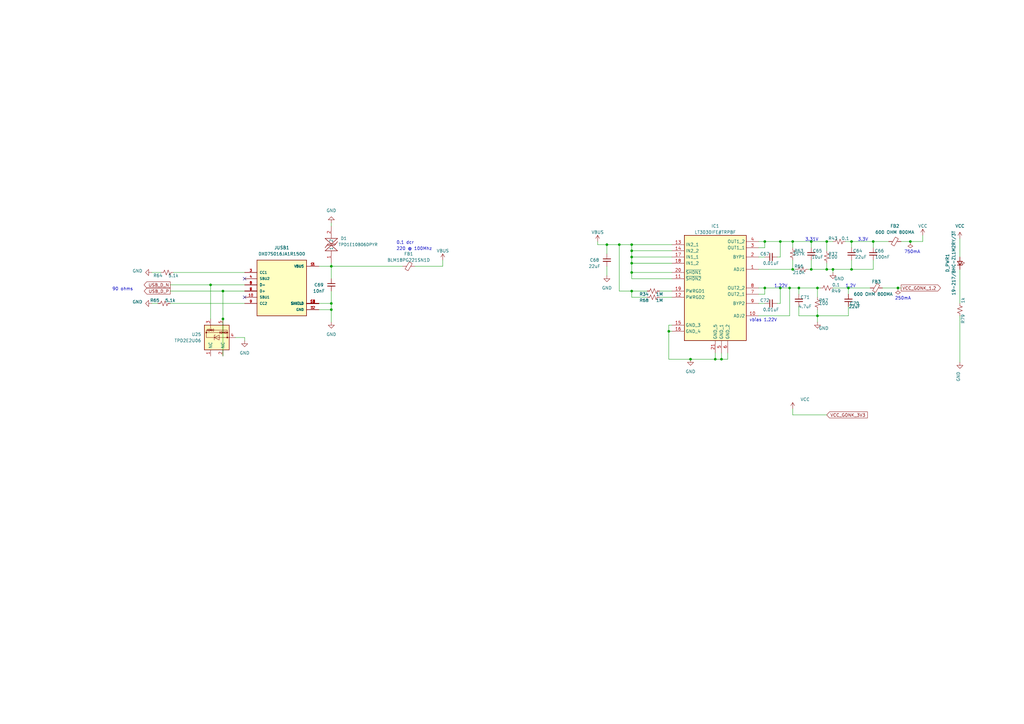
<source format=kicad_sch>
(kicad_sch (version 20230121) (generator eeschema)
  (paper "A3")
  (title_block (title "Gonk") (date "2023-07-20") (rev "P0"))
  (lib_symbols
    (symbol "Connector:DX07S016JA1R1500" (pin_names (offset 1.016))
      (property "Reference" "J" (at -10.16 11.43 0))
      (property "Value" "DX07S016JA1R1500" (at -10.16 -13.97 0))
      (symbol "DX07S016JA1R1500_0_0"
        (rectangle (start -10.16 -12.7) (end 10.16 10.16) (stroke (width 0.254)) (fill (type background)))
        (pin power_in line (at 15.24 -10.16 180) (length 5.08) (name "GND") (number "1"))
        (pin passive line (at -15.24 -5.08 0) (length 5.08) (name "SBU1") (number "10"))
        (pin power_in line (at 15.24 7.62 180) (length 5.08) (name "VBUS") (number "11"))
        (pin power_in line (at 15.24 -10.16 180) (length 5.08) (name "GND") (number "12"))
        (pin power_in line (at 15.24 7.62 180) (length 5.08) (name "VBUS") (number "2"))
        (pin passive line (at -15.24 5.08 0) (length 5.08) (name "CC1") (number "3"))
        (pin passive line (at -15.24 2.54 0) (length 5.08) (name "SBU2") (number "4"))
        (pin passive line (at -15.24 0 0) (length 5.08) (name "D-") (number "5"))
        (pin passive line (at -15.24 -2.54 0) (length 5.08) (name "D+") (number "6"))
        (pin passive line (at -15.24 -2.54 0) (length 5.08) (name "D+") (number "7"))
        (pin passive line (at -15.24 0 0) (length 5.08) (name "D-") (number "8"))
        (pin passive line (at -15.24 -7.62 0) (length 5.08) (name "CC2") (number "9"))
        (pin passive line (at 15.24 -7.62 180) (length 5.08) (name "SHIELD") (number "S1"))
        (pin passive line (at 15.24 -7.62 180) (length 5.08) (name "SHIELD") (number "S2"))
        (pin passive line (at 15.24 -7.62 180) (length 5.08) (name "SHIELD") (number "S3"))
        (pin passive line (at 15.24 -7.62 180) (length 5.08) (name "SHIELD") (number "S4"))
        (pin passive line (at 15.24 -7.62 180) (length 5.08) (name "SHIELD") (number "S5"))
        (pin passive line (at 15.24 -7.62 180) (length 5.08) (name "SHIELD") (number "S6"))
      )
    )
    (symbol "Device:C_Small" (pin_numbers hide) (pin_names (offset 0.254) hide)
      (property "Reference" "C" (at 0.254 1.778 0))
      (property "Value" "C_Small" (at 0.254 -2.032 0))
      (symbol "C_Small_0_1"
        (polyline (pts (xy -1.524 -0.508) (xy 1.524 -0.508)) (stroke (width 0.3302)))
        (polyline (pts (xy -1.524 0.508) (xy 1.524 0.508)) (stroke (width 0.3048)))
      )
      (symbol "C_Small_1_1"
        (pin passive line (at 0 2.54 270) (length 2.032) (name "~") (number "1"))
        (pin passive line (at 0 -2.54 90) (length 2.032) (name "~") (number "2"))
      )
    )
    (symbol "Device:FerriteBead_Small" (pin_numbers hide) (pin_names (offset 0))
      (property "Reference" "FB" (at 1.905 1.27 0))
      (property "Value" "FerriteBead_Small" (at 1.905 -1.27 0))
      (symbol "FerriteBead_Small_0_1"
        (polyline (pts (xy 0 -1.27) (xy 0 -0.7874)))
        (polyline (pts (xy 0 0.889) (xy 0 1.2954)))
        (polyline (pts (xy -1.8288 0.2794) (xy -1.1176 1.4986) (xy 1.8288 -0.2032) (xy 1.1176 -1.4224) (xy -1.8288 0.2794)))
      )
      (symbol "FerriteBead_Small_1_1"
        (pin passive line (at 0 2.54 270) (length 1.27) (name "~") (number "1"))
        (pin passive line (at 0 -2.54 90) (length 1.27) (name "~") (number "2"))
      )
    )
    (symbol "Device:LED_Small" (pin_numbers hide) (pin_names (offset 0.254) hide)
      (property "Reference" "D" (at -1.27 3.175 0))
      (property "Value" "LED_Small" (at -4.445 -2.54 0))
      (symbol "LED_Small_0_1"
        (polyline (pts (xy -0.762 -1.016) (xy -0.762 1.016)) (stroke (width 0.254)))
        (polyline (pts (xy 1.016 0) (xy -0.762 0)))
        (polyline (pts (xy 0.762 -1.016) (xy -0.762 0) (xy 0.762 1.016) (xy 0.762 -1.016)) (stroke (width 0.254)))
        (polyline (pts (xy 0 0.762) (xy -0.508 1.27) (xy -0.254 1.27) (xy -0.508 1.27) (xy -0.508 1.016)))
        (polyline (pts (xy 0.508 1.27) (xy 0 1.778) (xy 0.254 1.778) (xy 0 1.778) (xy 0 1.524)))
      )
      (symbol "LED_Small_1_1"
        (pin passive line (at -2.54 0 0) (length 1.778) (name "K") (number "1"))
        (pin passive line (at 2.54 0 180) (length 1.778) (name "A") (number "2"))
      )
    )
    (symbol "Device:R_Small_US" (pin_numbers hide) (pin_names (offset 0.254) hide)
      (property "Reference" "R" (at 0.762 0.508 0))
      (property "Value" "R_Small_US" (at 0.762 -1.016 0))
      (symbol "R_Small_US_1_1"
        (polyline (pts (xy 0 0) (xy 1.016 -0.381) (xy 0 -0.762) (xy -1.016 -1.143) (xy 0 -1.524)))
        (polyline (pts (xy 0 1.524) (xy 1.016 1.143) (xy 0 0.762) (xy -1.016 0.381) (xy 0 0)))
        (pin passive line (at 0 2.54 270) (length 1.016) (name "~") (number "1"))
        (pin passive line (at 0 -2.54 90) (length 1.016) (name "~") (number "2"))
      )
    )
    (symbol "Diode:ESD401DPYR" (pin_names (offset 0.254))
      (property "Reference" "D" (at 0 2.54 0))
      (property "Value" "ESD401DPYR" (at 0 0 0))
      (symbol "ESD401DPYR_0_1"
        (polyline (pts (xy -2.54 -2.54) (xy -0.254 0)) (stroke (width 0.2032)))
        (polyline (pts (xy -2.54 2.54) (xy -2.54 -2.54)) (stroke (width 0.2032)))
        (polyline (pts (xy -0.254 -1.397) (xy 1.27 -2.54)) (stroke (width 0.2032)))
        (polyline (pts (xy -0.254 0) (xy -2.54 2.54)) (stroke (width 0.2032)))
        (polyline (pts (xy -0.254 0) (xy -0.254 -1.397)) (stroke (width 0.2032)))
        (polyline (pts (xy -0.254 1.778) (xy -0.254 0)) (stroke (width 0.2032)))
        (polyline (pts (xy 0.254 -1.778) (xy 0.254 0)) (stroke (width 0.2032)))
        (polyline (pts (xy 0.254 0) (xy 0.254 1.397)) (stroke (width 0.2032)))
        (polyline (pts (xy 0.254 0) (xy 2.54 -2.54)) (stroke (width 0.2032)))
        (polyline (pts (xy 0.254 1.397) (xy -1.27 2.54)) (stroke (width 0.2032)))
        (polyline (pts (xy 2.54 -2.54) (xy 2.54 2.54)) (stroke (width 0.2032)))
        (polyline (pts (xy 2.54 2.54) (xy 0.254 0)) (stroke (width 0.2032)))
        (pin unspecified line (at -7.62 0 0) (length 5.08) (name "1") (number "1"))
        (pin unspecified line (at 7.62 0 180) (length 5.08) (name "2") (number "2"))
      )
    )
    (symbol "Power_Management:LT3030IFE#TRPBF"
      (property "Reference" "IC1" (at 17.78 6.35 0))
      (property "Value" "LT3030IFE#TRPBF" (at 17.78 3.81 0))
      (symbol "LT3030IFE#TRPBF_1_1"
        (rectangle (start 5.08 2.54) (end 30.48 -40.64) (stroke (width 0.254)) (fill (type background)))
        (pin passive line (at 35.56 -11.43 180) (length 5.08) (name "ADJ1") (number "1"))
        (pin passive line (at 35.56 -30.48 180) (length 5.08) (name "ADJ2") (number "10"))
        (pin passive line (at 0 -15.24 0) (length 5.08) (name "~{SHDN2}") (number "11"))
        (pin passive line (at 0 -22.86 0) (length 5.08) (name "PWRGD2") (number "12"))
        (pin passive line (at 0 -1.27 0) (length 5.08) (name "IN2_1") (number "13"))
        (pin passive line (at 0 -3.81 0) (length 5.08) (name "IN2_2") (number "14"))
        (pin passive line (at 0 -34.29 0) (length 5.08) (name "GND_3") (number "15"))
        (pin passive line (at 0 -36.83 0) (length 5.08) (name "GND_4") (number "16"))
        (pin passive line (at 0 -6.35 0) (length 5.08) (name "IN1_1") (number "17"))
        (pin passive line (at 0 -8.89 0) (length 5.08) (name "IN1_2") (number "18"))
        (pin passive line (at 0 -20.32 0) (length 5.08) (name "PWRGD1") (number "19"))
        (pin passive line (at 35.56 -6.35 180) (length 5.08) (name "BYP1") (number "2"))
        (pin passive line (at 0 -12.7 0) (length 5.08) (name "~{SHDN1}") (number "20"))
        (pin passive line (at 17.78 -45.72 90) (length 5.08) (name "GND_5") (number "21"))
        (pin passive line (at 35.56 -2.54 180) (length 5.08) (name "OUT1_1") (number "3"))
        (pin passive line (at 35.56 0 180) (length 5.08) (name "OUT1_2") (number "4"))
        (pin passive line (at 20.32 -45.72 90) (length 5.08) (name "GND_1") (number "5"))
        (pin passive line (at 22.86 -45.72 90) (length 5.08) (name "GND_2") (number "6"))
        (pin passive line (at 35.56 -21.59 180) (length 5.08) (name "OUT2_1") (number "7"))
        (pin passive line (at 35.56 -19.05 180) (length 5.08) (name "OUT2_2") (number "8"))
        (pin passive line (at 35.56 -25.4 180) (length 5.08) (name "BYP2") (number "9"))
      )
    )
    (symbol "Power_Protection:TPD2E2U06"
      (property "Reference" "U" (at -3.81 6.35 0))
      (property "Value" "TPD2E2U06" (at 6.35 -6.35 0))
      (symbol "TPD2E2U06_0_1"
        (rectangle (start -5.08 5.08) (end 5.08 -5.08) (stroke (width 0.254)) (fill (type background)))
        (circle (center -3.048 2.54) (radius 0.254) (fill (type outline)))
        (rectangle (start -3.048 4.318) (end 0 -4.318))
        (circle (center -2.032 -4.318) (radius 0.254) (fill (type outline)))
        (circle (center -2.032 -2.54) (radius 0.254) (fill (type outline)))
        (circle (center -2.032 4.318) (radius 0.254) (fill (type outline)))
        (circle (center 0 -4.318) (radius 0.254) (fill (type outline)))
        (polyline (pts (xy -3.048 2.54) (xy -5.08 2.54)))
        (polyline (pts (xy -2.54 2.032) (xy -3.556 2.032)))
        (polyline (pts (xy -2.54 3.81) (xy -3.556 3.81)))
        (polyline (pts (xy -2.032 -4.318) (xy -2.032 4.318)))
        (polyline (pts (xy -2.032 -2.54) (xy -5.08 -2.54)))
        (polyline (pts (xy -1.524 -3.048) (xy -2.54 -3.048)))
        (polyline (pts (xy -1.524 -1.27) (xy -2.54 -1.27)))
        (polyline (pts (xy 0 -4.318) (xy 0 -5.08)))
        (polyline (pts (xy 1.016 1.016) (xy -1.016 1.016) (xy -1.016 0.508)))
        (polyline (pts (xy -3.048 2.032) (xy -3.556 1.27) (xy -2.54 1.27) (xy -3.048 2.032)))
        (polyline (pts (xy -3.048 3.81) (xy -3.556 3.048) (xy -2.54 3.048) (xy -3.048 3.81)))
        (polyline (pts (xy -2.032 -3.048) (xy -2.54 -3.81) (xy -1.524 -3.81) (xy -2.032 -3.048)))
        (polyline (pts (xy -2.032 -1.27) (xy -2.54 -2.032) (xy -1.524 -2.032) (xy -2.032 -1.27)))
        (polyline (pts (xy 0 1.016) (xy 1.016 -1.016) (xy -1.016 -1.016) (xy 0 1.016)))
      )
      (symbol "TPD2E2U06_1_1"
        (pin passive line (at 7.62 2.54 180) (length 2.54) (name "NC") (number "1"))
        (pin passive line (at 7.62 -2.54 180) (length 2.54) (name "NC") (number "2"))
        (pin passive line (at -7.62 2.54 0) (length 2.54) (name "~") (number "3"))
        (pin passive line (at 0 -7.62 90) (length 2.54) (name "~") (number "4"))
        (pin passive line (at -7.62 -2.54 0) (length 2.54) (name "~") (number "5"))
      )
    )
    (symbol "power:GND" (power) (pin_names (offset 0))
      (property "Value" "GND" (at 0 -3.81 0))
      (symbol "GND_0_1"
        (polyline (pts (xy 0 0) (xy 0 -1.27) (xy 1.27 -1.27) (xy 0 -2.54) (xy -1.27 -1.27) (xy 0 -1.27)))
      )
      (symbol "GND_1_1"
        (pin power_in line (at 0 0 270) (length 0) hide (name "GND") (number "1"))
      )
    )
    (symbol "power:PWR_FLAG" (power) (pin_numbers hide) (pin_names (offset 0) hide)
      (property "Value" "PWR_FLAG" (at 0 3.81 0))
      (symbol "PWR_FLAG_0_0"
        (pin power_out line (at 0 0 90) (length 0) (name "pwr") (number "1"))
      )
      (symbol "PWR_FLAG_0_1"
        (polyline (pts (xy 0 0) (xy 0 1.27) (xy -1.016 1.905) (xy 0 2.54) (xy 1.016 1.905) (xy 0 1.27)))
      )
    )
    (symbol "power:VBUS" (power) (pin_names (offset 0))
      (property "Value" "VBUS" (at 0 3.81 0))
      (symbol "VBUS_0_1"
        (polyline (pts (xy -0.762 1.27) (xy 0 2.54)))
        (polyline (pts (xy 0 0) (xy 0 2.54)))
        (polyline (pts (xy 0 2.54) (xy 0.762 1.27)))
      )
      (symbol "VBUS_1_1"
        (pin power_in line (at 0 0 90) (length 0) hide (name "VBUS") (number "1"))
      )
    )
    (symbol "power:VCC_GONK" (power) (pin_names (offset 0))
      (property "Value" "VCC_GONK" (at 0 3.81 0))
      (symbol "VCC_GONK_0_1"
        (polyline (pts (xy -0.762 1.27) (xy 0 2.54)))
        (polyline (pts (xy 0 0) (xy 0 2.54)))
        (polyline (pts (xy 0 2.54) (xy 0.762 1.27)))
      )
      (symbol "VCC_GONK_1_1"
        (pin power_in line (at 0 0 90) (length 0) hide (name "VCC") (number "1"))
      )
    )
  )
  (junction (at 323.85 118.11))
  (junction (at 335.28 129.54))
  (junction (at 341.63 110.49))
  (junction (at 339.09 99.06))
  (junction (at 91.44 130.81))
  (junction (at 313.69 99.06))
  (junction (at 332.74 110.49))
  (junction (at 373.38 99.06))
  (junction (at 293.37 147.32))
  (junction (at 339.09 110.49))
  (junction (at 135.89 124.46))
  (junction (at 320.04 118.11))
  (junction (at 320.04 99.06))
  (junction (at 327.66 118.11))
  (junction (at 349.25 110.49))
  (junction (at 259.08 102.87))
  (junction (at 259.08 107.95))
  (junction (at 347.98 118.11))
  (junction (at 259.08 119.38))
  (junction (at 349.25 99.06))
  (junction (at 313.69 118.11))
  (junction (at 325.12 99.06))
  (junction (at 325.12 110.49))
  (junction (at 254 100.33))
  (junction (at 91.44 119.38))
  (junction (at 283.21 147.32))
  (junction (at 135.89 127))
  (junction (at 259.08 111.76))
  (junction (at 368.3 118.11))
  (junction (at 332.74 99.06))
  (junction (at 135.89 109.22))
  (junction (at 259.08 105.41))
  (junction (at 295.91 147.32))
  (junction (at 259.08 100.33))
  (junction (at 274.32 135.89))
  (junction (at 335.28 118.11))
  (junction (at 86.36 116.84))
  (junction (at 358.14 99.06))
  (junction (at 248.92 100.33))
  (no_connect (at 100.33 114.3))
  (no_connect (at 100.33 121.92))
  (wire (pts (xy 71.12 111.76) (xy 100.33 111.76)))
  (wire (pts (xy 259.08 121.92) (xy 265.43 121.92)))
  (wire (pts (xy 327.66 125.73) (xy 327.66 129.54)))
  (wire (pts (xy 248.92 109.22) (xy 248.92 113.03)))
  (wire (pts (xy 130.81 124.46) (xy 135.89 124.46)))
  (wire (pts (xy 339.09 110.49) (xy 341.63 110.49)))
  (wire (pts (xy 298.45 144.78) (xy 298.45 147.32)))
  (wire (pts (xy 293.37 147.32) (xy 295.91 147.32)))
  (wire (pts (xy 135.89 92.71) (xy 135.89 91.44)))
  (wire (pts (xy 332.74 99.06) (xy 332.74 101.6)))
  (wire (pts (xy 318.77 124.46) (xy 320.04 124.46)))
  (wire (pts (xy 86.36 116.84) (xy 100.33 116.84)))
  (wire (pts (xy 274.32 147.32) (xy 274.32 135.89)))
  (wire (pts (xy 270.51 121.92) (xy 275.59 121.92)))
  (wire (pts (xy 69.85 116.84) (xy 86.36 116.84)))
  (wire (pts (xy 311.15 124.46) (xy 313.69 124.46)))
  (wire (pts (xy 347.98 118.11) (xy 356.87 118.11)))
  (wire (pts (xy 313.69 118.11) (xy 320.04 118.11)))
  (wire (pts (xy 259.08 114.3) (xy 275.59 114.3)))
  (wire (pts (xy 259.08 107.95) (xy 275.59 107.95)))
  (wire (pts (xy 347.98 129.54) (xy 335.28 129.54)))
  (wire (pts (xy 378.46 96.52) (xy 378.46 99.06)))
  (wire (pts (xy 325.12 170.18) (xy 339.09 170.18)))
  (wire (pts (xy 295.91 147.32) (xy 298.45 147.32)))
  (wire (pts (xy 335.28 129.54) (xy 335.28 132.08)))
  (wire (pts (xy 259.08 102.87) (xy 259.08 105.41)))
  (wire (pts (xy 347.98 120.65) (xy 347.98 118.11)))
  (wire (pts (xy 135.89 119.38) (xy 135.89 124.46)))
  (wire (pts (xy 130.81 109.22) (xy 135.89 109.22)))
  (wire (pts (xy 181.61 106.68) (xy 181.61 109.22)))
  (wire (pts (xy 341.63 110.49) (xy 349.25 110.49)))
  (wire (pts (xy 254 100.33) (xy 259.08 100.33)))
  (wire (pts (xy 259.08 100.33) (xy 275.59 100.33)))
  (wire (pts (xy 339.09 99.06) (xy 341.63 99.06)))
  (wire (pts (xy 349.25 110.49) (xy 358.14 110.49)))
  (wire (pts (xy 331.47 110.49) (xy 332.74 110.49)))
  (wire (pts (xy 325.12 99.06) (xy 332.74 99.06)))
  (wire (pts (xy 135.89 127) (xy 130.81 127)))
  (wire (pts (xy 135.89 127) (xy 135.89 132.08)))
  (wire (pts (xy 335.28 127) (xy 335.28 129.54)))
  (wire (pts (xy 86.36 116.84) (xy 86.36 130.81)))
  (wire (pts (xy 378.46 99.06) (xy 373.38 99.06)))
  (wire (pts (xy 349.25 106.68) (xy 349.25 110.49)))
  (wire (pts (xy 369.57 99.06) (xy 373.38 99.06)))
  (wire (pts (xy 274.32 147.32) (xy 283.21 147.32)))
  (wire (pts (xy 254 119.38) (xy 259.08 119.38)))
  (wire (pts (xy 259.08 105.41) (xy 275.59 105.41)))
  (wire (pts (xy 245.11 99.06) (xy 245.11 100.33)))
  (wire (pts (xy 326.39 110.49) (xy 325.12 110.49)))
  (wire (pts (xy 259.08 111.76) (xy 275.59 111.76)))
  (wire (pts (xy 274.32 135.89) (xy 274.32 133.35)))
  (wire (pts (xy 311.15 129.54) (xy 323.85 129.54)))
  (wire (pts (xy 259.08 111.76) (xy 259.08 114.3)))
  (wire (pts (xy 341.63 110.49) (xy 341.63 111.76)))
  (wire (pts (xy 332.74 99.06) (xy 339.09 99.06)))
  (wire (pts (xy 347.98 125.73) (xy 347.98 129.54)))
  (wire (pts (xy 327.66 129.54) (xy 335.28 129.54)))
  (wire (pts (xy 254 100.33) (xy 254 119.38)))
  (wire (pts (xy 335.28 118.11) (xy 336.55 118.11)))
  (wire (pts (xy 335.28 118.11) (xy 335.28 121.92)))
  (wire (pts (xy 325.12 99.06) (xy 325.12 101.6)))
  (wire (pts (xy 313.69 99.06) (xy 320.04 99.06)))
  (wire (pts (xy 259.08 119.38) (xy 265.43 119.38)))
  (wire (pts (xy 311.15 120.65) (xy 313.69 120.65)))
  (wire (pts (xy 325.12 106.68) (xy 325.12 110.49)))
  (wire (pts (xy 393.7 124.46) (xy 393.7 110.49)))
  (wire (pts (xy 69.85 119.38) (xy 91.44 119.38)))
  (wire (pts (xy 248.92 100.33) (xy 248.92 104.14)))
  (wire (pts (xy 91.44 119.38) (xy 100.33 119.38)))
  (wire (pts (xy 332.74 110.49) (xy 339.09 110.49)))
  (wire (pts (xy 135.89 109.22) (xy 135.89 114.3)))
  (wire (pts (xy 311.15 118.11) (xy 313.69 118.11)))
  (wire (pts (xy 64.77 124.46) (xy 62.23 124.46)))
  (wire (pts (xy 245.11 100.33) (xy 248.92 100.33)))
  (wire (pts (xy 327.66 118.11) (xy 335.28 118.11)))
  (wire (pts (xy 320.04 124.46) (xy 320.04 118.11)))
  (wire (pts (xy 313.69 101.6) (xy 311.15 101.6)))
  (wire (pts (xy 349.25 99.06) (xy 358.14 99.06)))
  (wire (pts (xy 100.33 139.7) (xy 100.33 138.43)))
  (wire (pts (xy 295.91 144.78) (xy 295.91 147.32)))
  (wire (pts (xy 135.89 124.46) (xy 135.89 127)))
  (wire (pts (xy 259.08 105.41) (xy 259.08 107.95)))
  (wire (pts (xy 358.14 106.68) (xy 358.14 110.49)))
  (wire (pts (xy 91.44 130.81) (xy 91.44 146.05)))
  (wire (pts (xy 311.15 110.49) (xy 325.12 110.49)))
  (wire (pts (xy 311.15 105.41) (xy 313.69 105.41)))
  (wire (pts (xy 283.21 147.32) (xy 293.37 147.32)))
  (wire (pts (xy 325.12 167.64) (xy 325.12 170.18)))
  (wire (pts (xy 259.08 119.38) (xy 259.08 121.92)))
  (wire (pts (xy 248.92 100.33) (xy 254 100.33)))
  (wire (pts (xy 327.66 120.65) (xy 327.66 118.11)))
  (wire (pts (xy 259.08 102.87) (xy 275.59 102.87)))
  (wire (pts (xy 320.04 118.11) (xy 323.85 118.11)))
  (wire (pts (xy 311.15 99.06) (xy 313.69 99.06)))
  (wire (pts (xy 358.14 99.06) (xy 358.14 101.6)))
  (wire (pts (xy 361.95 118.11) (xy 368.3 118.11)))
  (wire (pts (xy 320.04 99.06) (xy 325.12 99.06)))
  (wire (pts (xy 313.69 99.06) (xy 313.69 101.6)))
  (wire (pts (xy 349.25 101.6) (xy 349.25 99.06)))
  (wire (pts (xy 358.14 99.06) (xy 364.49 99.06)))
  (wire (pts (xy 170.18 109.22) (xy 181.61 109.22)))
  (wire (pts (xy 341.63 118.11) (xy 347.98 118.11)))
  (wire (pts (xy 346.71 99.06) (xy 349.25 99.06)))
  (wire (pts (xy 270.51 119.38) (xy 275.59 119.38)))
  (wire (pts (xy 135.89 109.22) (xy 165.1 109.22)))
  (wire (pts (xy 293.37 144.78) (xy 293.37 147.32)))
  (wire (pts (xy 339.09 99.06) (xy 339.09 102.87)))
  (wire (pts (xy 368.3 118.11) (xy 369.57 118.11)))
  (wire (pts (xy 313.69 120.65) (xy 313.69 118.11)))
  (wire (pts (xy 100.33 138.43) (xy 96.52 138.43)))
  (wire (pts (xy 66.04 111.76) (xy 62.23 111.76)))
  (wire (pts (xy 339.09 107.95) (xy 339.09 110.49)))
  (wire (pts (xy 393.7 97.79) (xy 393.7 105.41)))
  (wire (pts (xy 332.74 106.68) (xy 332.74 110.49)))
  (wire (pts (xy 69.85 124.46) (xy 100.33 124.46)))
  (wire (pts (xy 318.77 105.41) (xy 320.04 105.41)))
  (wire (pts (xy 274.32 135.89) (xy 275.59 135.89)))
  (wire (pts (xy 259.08 107.95) (xy 259.08 111.76)))
  (wire (pts (xy 135.89 107.95) (xy 135.89 109.22)))
  (wire (pts (xy 323.85 118.11) (xy 327.66 118.11)))
  (wire (pts (xy 320.04 105.41) (xy 320.04 99.06)))
  (wire (pts (xy 393.7 129.54) (xy 393.7 148.59)))
  (wire (pts (xy 91.44 119.38) (xy 91.44 130.81)))
  (wire (pts (xy 274.32 133.35) (xy 275.59 133.35)))
  (wire (pts (xy 323.85 118.11) (xy 323.85 129.54)))
  (wire (pts (xy 259.08 100.33) (xy 259.08 102.87)))
  (text "3.3V" (at 351.79 99.06 0) (effects (font (size 1.27 1.27)) (justify left bottom)))
  (text "0.1 dcr\n" (at 162.56 100.33 0) (effects (font (size 1.27 1.27)) (justify left bottom)))
  (text "1.22V" (at 317.5 118.11 0) (effects (font (size 1.27 1.27)) (justify left bottom)))
  (text "vbias 1.22V" (at 307.34 132.08 0) (effects (font (size 1.27 1.27)) (justify left bottom)))
  (text "90 ohms\n" (at 54.61 119.38 0) (effects (font (size 1.27 1.27)) (justify right bottom)))
  (text "750mA" (at 370.84 104.14 0) (effects (font (size 1.27 1.27)) (justify left bottom)))
  (text "220 @ 100Mhz" (at 162.56 102.87 0) (effects (font (size 1.27 1.27)) (justify left bottom)))
  (text "1.2V" (at 346.71 118.11 0) (effects (font (size 1.27 1.27)) (justify left bottom)))
  (text "250mA" (at 367.03 123.19 0) (effects (font (size 1.27 1.27)) (justify left bottom)))
  (text "3.31V" (at 330.2 99.06 0) (effects (font (size 1.27 1.27)) (justify left bottom)))
  (global_label "VCC_GONK_3V3" (shape input) (at 339.09 170.18 0) (property "Intersheetrefs" "${INTERSHEET_REFS}" (at 356.2682 170.18 0) (effects (justify left))))
  (global_label "USB_D_N" (shape output) (at 69.85 116.84 180) (property "Intersheetrefs" "${INTERSHEET_REFS}" (at 58.5985 116.84 0) (effects (justify right))))
  (global_label "VCC_GONK_1.2" (shape output) (at 369.57 118.11 0) (property "Intersheetrefs" "${INTERSHEET_REFS}" (at 386.2644 118.11 0) (effects (justify left))))
  (global_label "USB_D_P" (shape output) (at 69.85 119.38 180) (property "Intersheetrefs" "${INTERSHEET_REFS}" (at 58.659 119.38 0) (effects (justify right))))
  (symbol (lib_id "Device:C_Small") (at 248.92 106.68 0) (unit 1)
    (property "Reference" "C68" (at 243.84 106.68 0))
    (property "Value" "22uF" (at 243.84 109.22 0))
    (property "Footprint" "Capacitor_SMD:C_0603_1608Metric" (effects hide))
  )
  (symbol (lib_id "power:PWR_FLAG") (at 373.38 99.06 180) (unit 1)
    (property "Reference" "#FLG05" (effects hide))
    (property "Value" "PWR_FLAG" (effects hide))
    (instances (project "Gonk" (path "" (reference "#FLG05") (unit 1)) (path "" (reference "#FLG012") (unit 1))))
  )
  (symbol (lib_id "power:GND") (at 341.63 111.76 0) (unit 1)
    (property "Reference" "#PWR0184" (effects hide))
    (property "Value" "GND" (at 344.17 114.3 0))
  )
  (symbol (lib_id "power:GND") (at 335.28 132.08 0) (unit 1)
    (property "Reference" "#PWR0187" (effects hide))
    (property "Value" "GND" (at 337.82 134.62 0))
  )
  (symbol (lib_id "Device:R_Small_US") (at 67.31 124.46 90) (unit 1)
    (property "Reference" "R65" (at 63.5 123.19 90))
    (property "Value" "5.1k" (at 69.85 123.19 90))
    (property "Footprint" "Resistor_SMD:R_0402_1005Metric" (effects hide))
  )
  (symbol (lib_id "Device:FerriteBead_Small") (at 359.41 118.11 90) (unit 1)
    (property "Reference" "FB3" (at 359.41 115.57 90))
    (property "Value" "600 OHM 800MA" (at 358.14 120.65 90))
    (property "Footprint" "Inductor_SMD:L_0603_1608Metric" (effects hide))
  )
  (symbol (lib_id "power:VBUS") (at 181.61 106.68 0) (unit 1)
    (property "Reference" "#PWR0103" (effects hide))
    (property "Value" "VBUS" (at 181.61 102.87 0))
  )
  (symbol (lib_id "power:GND") (at 62.23 111.76 270) (unit 1)
    (property "Reference" "#PWR0101" (effects hide))
    (property "Value" "GND" (at 58.42 111.125 90) (effects (justify right)))
  )
  (symbol (lib_id "Device:R_Small_US") (at 339.09 105.41 0) (unit 1)
    (property "Reference" "R37" (at 341.63 104.14 0))
    (property "Value" "100" (at 341.63 105.41 0))
    (property "Footprint" "Resistor_SMD:R_0603_1608Metric" (effects hide))
  )
  (symbol (lib_id "power:GND") (at 393.7 148.59 0) (unit 1)
    (property "Reference" "#PWR0197" (effects hide))
    (property "Value" "GND" (at 393.065 152.4 90) (effects (justify right)))
    (instances (project "Gonk" (path "" (reference "#PWR0197") (unit 1)) (path "" (reference "#PWR0191") (unit 1))))
  )
  (symbol (lib_id "power:GND") (at 135.89 91.44 180) (unit 1)
    (property "Reference" "#PWR0102" (effects hide))
    (property "Value" "GND" (at 135.89 86.36 0))
  )
  (symbol (lib_id "Device:C_Small") (at 316.23 124.46 90) (unit 1)
    (property "Reference" "C72" (at 313.69 123.19 90))
    (property "Value" "0.01uF" (at 316.2364 127 90))
    (property "Footprint" "Capacitor_SMD:C_0402_1005Metric" (effects hide))
  )
  (symbol (lib_id "power:GND") (at 135.89 132.08 0) (unit 1)
    (property "Reference" "#PWR0104" (effects hide))
    (property "Value" "GND" (at 135.89 137.16 0))
  )
  (symbol (lib_id "power:VCC_GONK") (at 378.46 96.52 0) (unit 1)
    (property "Reference" "#PWR053" (effects hide))
    (property "Value" "VCC_GONK" (at 378.46 92.71 0))
  )
  (symbol (lib_id "Device:R_Small_US") (at 325.12 104.14 0) (unit 1)
    (property "Reference" "R63" (at 327.66 102.87 0))
    (property "Value" "357K" (at 327.66 104.14 0))
    (property "Footprint" "Resistor_SMD:R_0402_1005Metric" (effects hide))
  )
  (symbol (lib_id "Device:FerriteBead_Small") (at 167.64 109.22 90) (unit 1)
    (property "Reference" "FB1" (at 167.6019 104.14 90))
    (property "Value" "BLM18PG221SN1D" (at 167.6019 106.68 90))
    (property "Footprint" "Inductor_SMD:L_0603_1608Metric" (effects hide))
  )
  (symbol (lib_id "power:GND") (at 283.21 147.32 0) (unit 1)
    (property "Reference" "#PWR0190" (effects hide))
    (property "Value" "GND" (at 283.21 152.4 0))
  )
  (symbol (lib_id "Device:LED_Small") (at 393.7 107.95 270) (mirror x) (unit 1)
    (property "Reference" "D_PWR1" (at 388.62 107.8865 0))
    (property "Value" "19-217/BHC-ZL1M2RY/3T\n" (at 391.16 107.8865 0))
    (property "Footprint" "LED_SMD:LED_0603_1608Metric" (effects hide))
  )
  (symbol (lib_id "Device:C_Small") (at 358.14 104.14 180) (unit 1)
    (property "Reference" "C66" (at 360.68 102.87 0))
    (property "Value" "100nF" (at 361.95 105.41 0))
    (property "Footprint" "Capacitor_SMD:C_0402_1005Metric" (effects hide))
  )
  (symbol (lib_id "Device:FerriteBead_Small") (at 367.03 99.06 90) (unit 1)
    (property "Reference" "FB2" (at 366.9919 92.71 90))
    (property "Value" "600 OHM 800MA" (at 366.9919 95.25 90))
    (property "Footprint" "Inductor_SMD:L_0603_1608Metric" (effects hide))
  )
  (symbol (lib_id "Device:R_Small_US") (at 335.28 124.46 0) (unit 1)
    (property "Reference" "R67" (at 337.82 123.19 0))
    (property "Value" "100" (at 337.82 124.46 0))
    (property "Footprint" "Resistor_SMD:R_0603_1608Metric" (effects hide))
  )
  (symbol (lib_id "Device:R_Small_US") (at 267.97 121.92 90) (unit 1)
    (property "Reference" "R68" (at 264.16 123.19 90))
    (property "Value" "1M" (at 270.51 123.19 90))
    (property "Footprint" "Resistor_SMD:R_0402_1005Metric" (effects hide))
  )
  (symbol (lib_id "Connector:DX07S016JA1R1500") (at 115.57 116.84 0) (unit 1)
    (property "Reference" "JUSB1" (at 115.57 101.6 0))
    (property "Value" "DX07S016JA1R1500" (at 115.57 104.14 0))
    (property "Footprint" "Connector_USB:JAE_DX07S016JA1R1500" (effects hide))
    (property "PARTREV" "1" (effects hide))
    (property "MANUFACTURER" "JAE Industry Ltd." (effects hide))
    (property "MAXIMUM_PACKAGE_HEIGHT" "3.31 mm" (effects hide))
    (property "STANDARD" "Manufacturer Recommendations" (effects hide))
  )
  (symbol (lib_id "Device:C_Small") (at 135.89 116.84 0) (unit 1)
    (property "Reference" "C69" (at 130.81 116.84 0))
    (property "Value" "10nF" (at 130.81 119.38 0))
    (property "Footprint" "Capacitor_SMD:C_0402_1005Metric" (effects hide))
  )
  (symbol (lib_id "Power_Protection:TPD2E2U06") (at 88.9 138.43 90) (mirror x) (unit 1)
    (property "Reference" "U25" (at 82.55 137.16 90) (effects (justify left)))
    (property "Value" "TPD2E2U06" (at 82.55 139.7 90) (effects (justify left)))
    (property "Footprint" "Package_TO_SOT_SMD:SOT-543" (effects hide))
    (property "Datasheet" "http://www.ti.com/lit/ds/symlink/tpd2e2u06.pdf" (effects hide))
  )
  (symbol (lib_id "Device:C_Small") (at 316.23 105.41 90) (unit 1)
    (property "Reference" "C67" (at 313.69 104.14 90))
    (property "Value" "0.01uF" (at 316.2364 107.95 90))
    (property "Footprint" "Capacitor_SMD:C_0402_1005Metric" (effects hide))
  )
  (symbol (lib_id "power:PWR_FLAG") (at 368.3 118.11 180) (unit 1)
    (property "Reference" "#FLG05" (effects hide))
    (property "Value" "PWR_FLAG" (effects hide))
    (instances (project "Gonk" (path "" (reference "#FLG05") (unit 1)) (path "" (reference "#FLG013") (unit 1))))
  )
  (symbol (lib_id "Device:R_Small_US") (at 267.97 119.38 90) (unit 1)
    (property "Reference" "R34" (at 264.16 120.65 90))
    (property "Value" "1M" (at 270.51 120.65 90))
    (property "Footprint" "Resistor_SMD:R_0402_1005Metric" (effects hide))
  )
  (symbol (lib_id "power:GND") (at 248.92 113.03 0) (unit 1)
    (property "Reference" "#PWR0183" (effects hide))
    (property "Value" "GND" (at 248.92 118.11 0))
  )
  (symbol (lib_id "Device:C_Small") (at 349.25 104.14 180) (unit 1)
    (property "Reference" "C64" (at 351.79 102.87 0))
    (property "Value" "22uF" (at 353.06 105.41 0))
    (property "Footprint" "Capacitor_SMD:C_0402_1005Metric" (effects hide))
  )
  (symbol (lib_id "power:GND") (at 62.23 124.46 270) (unit 1)
    (property "Reference" "#PWR099" (effects hide))
    (property "Value" "GND" (at 58.42 123.825 90) (effects (justify right)))
  )
  (symbol (lib_id "power:VCC_GONK") (at 325.12 167.64 0) (unit 1)
    (property "Reference" "#PWR052" (effects hide))
    (property "Value" "VCC_GONK" (at 330.2 163.83 0))
  )
  (symbol (lib_id "Device:C_Small") (at 332.74 104.14 180) (unit 1)
    (property "Reference" "C65" (at 335.28 102.87 0))
    (property "Value" "10uF" (at 335.28 105.41 0))
    (property "Footprint" "Capacitor_SMD:C_0402_1005Metric" (effects hide))
  )
  (symbol (lib_id "Power_Management:LT3030IFE#TRPBF") (at 275.59 99.06 0) (unit 1)
    (property "Reference" "IC1" (at 293.37 92.71 0))
    (property "Value" "LT3030IFE#TRPBF" (at 293.37 95.25 0))
    (property "Footprint" "Package_TO_SOT_SMD:20-TSSOP" (effects hide))
    (property "Datasheet" "https://www.arrow.com/en/products/lt3030ifetrpbf/analog-devices" (effects hide))
    (property "Height" "1.2" (effects hide))
    (property "Manufacturer_Name" "Analog Devices" (effects hide))
    (property "Manufacturer_Part_Number" "LT3030IFE#TRPBF" (effects hide))
    (property "Mouser Part Number" "584-LT3030IFE#TRPBF" (effects hide))
    (property "Mouser Price/Stock" "https://www.mouser.co.uk/ProductDetail/Analog-Devices/LT3030IFETRPBF?qs=ytflclh7QUXTXXkDLGRUDQ%3D%3D" (effects hide))
    (property "Arrow Part Number" "LT3030IFE#TRPBF" (effects hide))
    (property "Arrow Price/Stock" "https://www.arrow.com/en/products/lt3030ifetrpbf/analog-devices?region=nac" (effects hide))
  )
  (symbol (lib_id "Device:R_Small_US") (at 328.93 110.49 90) (unit 1)
    (property "Reference" "R66" (at 327.66 109.22 90))
    (property "Value" "210K" (at 327.66 111.76 90))
    (property "Footprint" "Resistor_SMD:R_0402_1005Metric" (effects hide))
  )
  (symbol (lib_id "Device:C_Small") (at 327.66 123.19 180) (unit 1)
    (property "Reference" "C71" (at 330.2 121.92 0))
    (property "Value" "4.7uF" (at 330.2 125.73 0))
    (property "Footprint" "Capacitor_SMD:C_0402_1005Metric" (effects hide))
  )
  (symbol (lib_id "power:VCC_GONK") (at 393.7 97.79 0) (mirror y) (unit 1)
    (property "Reference" "#PWR0218" (effects hide))
    (property "Value" "VCC_GONK" (at 393.7 92.71 0))
    (instances (project "Gonk" (path "" (reference "#PWR0218") (unit 1)) (path "" (reference "#PWR0194") (unit 1)) (path "" (reference "#PWR0179") (unit 1))))
  )
  (symbol (lib_id "Device:C_Small") (at 347.98 123.19 180) (unit 1)
    (property "Reference" "C70" (at 350.52 124.46 0))
    (property "Value" "22uF" (at 350.52 125.73 0))
    (property "Footprint" "Capacitor_SMD:C_0402_1005Metric" (effects hide))
  )
  (symbol (lib_id "Device:R_Small_US") (at 339.09 118.11 90) (unit 1)
    (property "Reference" "R49" (at 342.9 119.38 90))
    (property "Value" "0.1" (at 342.9 116.84 90))
    (property "Footprint" "Resistor_SMD:R_0603_1608Metric" (effects hide))
  )
  (symbol (lib_id "power:VBUS") (at 245.11 99.06 0) (unit 1)
    (property "Reference" "#PWR0180" (effects hide))
    (property "Value" "VBUS" (at 245.11 95.25 0))
  )
  (symbol (lib_id "power:GND") (at 100.33 139.7 0) (unit 1)
    (property "Reference" "#PWR094" (effects hide))
    (property "Value" "GND" (at 100.33 144.78 0))
  )
  (symbol (lib_id "Device:R_Small_US") (at 393.7 127 180) (unit 1)
    (property "Reference" "R79" (at 394.97 130.81 90))
    (property "Value" "1k" (at 394.97 123.19 90))
    (property "Footprint" "Resistor_SMD:R_0402_1005Metric" (effects hide))
    (instances (project "Gonk" (path "" (reference "R79") (unit 1)) (path "" (reference "R69") (unit 1))))
  )
  (symbol (lib_id "Device:R_Small_US") (at 344.17 99.06 90) (unit 1)
    (property "Reference" "R43" (at 341.63 97.79 90))
    (property "Value" "0.1" (at 346.71 97.79 90))
    (property "Footprint" "Resistor_SMD:R_0603_1608Metric" (effects hide))
  )
  (symbol (lib_id "Diode:ESD401DPYR") (at 135.89 100.33 90) (unit 1)
    (property "Reference" "D1" (at 142.24 97.79 90) (effects (font (size 1.2 1.2)) (justify left)))
    (property "Value" "TPD1E10B06DPYR" (at 154.94 100.33 90) (effects (font (size 1.2 1.2)) (justify left)))
    (property "Footprint" "DPY0002A" (effects hide))
    (property "Datasheet" "ESD401DPYR" (effects hide))
  )
  (symbol (lib_id "Device:R_Small_US") (at 68.58 111.76 90) (unit 1)
    (property "Reference" "R64" (at 64.77 113.03 90))
    (property "Value" "5.1k" (at 71.12 113.03 90))
    (property "Footprint" "Resistor_SMD:R_0402_1005Metric" (effects hide))
  )
)
</source>
